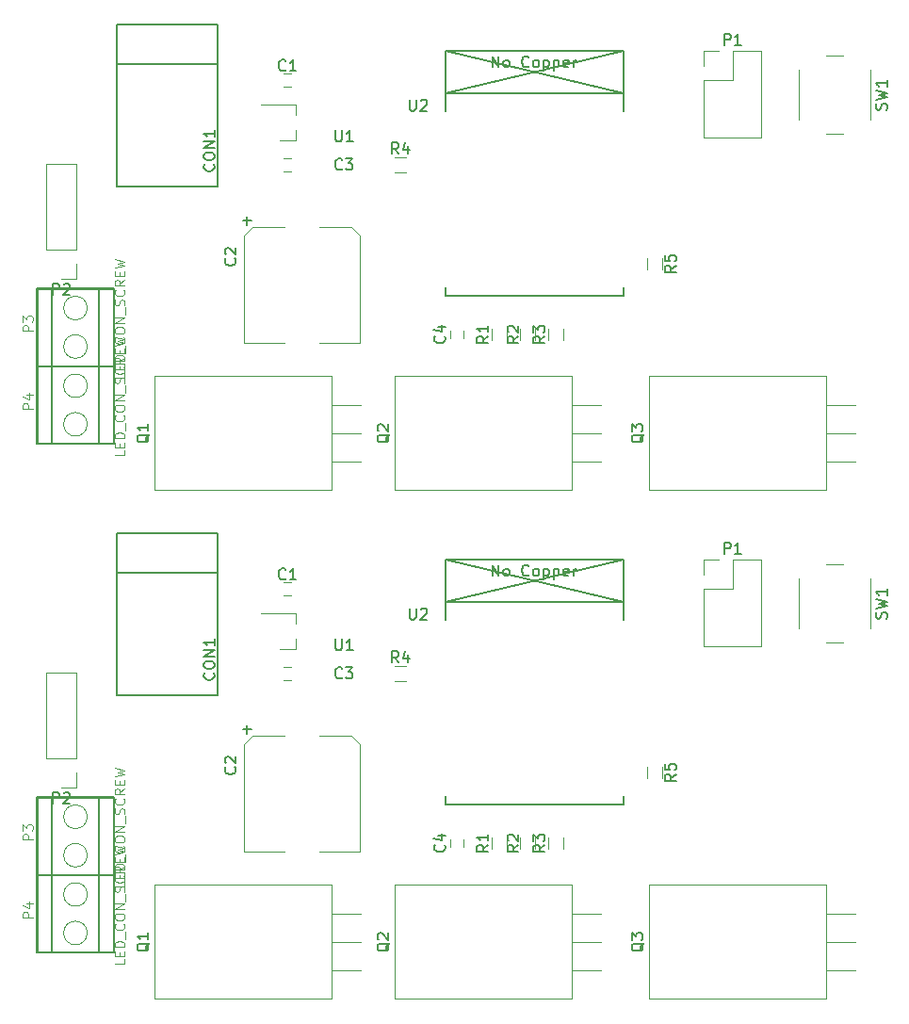
<source format=gto>
G04 #@! TF.FileFunction,Legend,Top*
%FSLAX46Y46*%
G04 Gerber Fmt 4.6, Leading zero omitted, Abs format (unit mm)*
G04 Created by KiCad (PCBNEW 4.0.6+dfsg1-1) date Mon Apr 23 23:44:20 2018*
%MOMM*%
%LPD*%
G01*
G04 APERTURE LIST*
%ADD10C,0.100000*%
%ADD11C,0.066040*%
%ADD12C,0.127000*%
%ADD13C,0.063500*%
%ADD14C,0.120000*%
%ADD15C,0.150000*%
%ADD16C,0.152400*%
%ADD17C,0.101600*%
G04 APERTURE END LIST*
D10*
D11*
X118999000Y-150749000D02*
X118999000Y-143891000D01*
X118999000Y-143891000D02*
X112141000Y-143891000D01*
X112141000Y-150749000D02*
X112141000Y-143891000D01*
X118999000Y-150749000D02*
X112141000Y-150749000D01*
D12*
X112072420Y-150817580D02*
X112072420Y-143822420D01*
X112072420Y-143822420D02*
X113471960Y-143822420D01*
X113471960Y-143822420D02*
X117668040Y-143822420D01*
X117668040Y-143822420D02*
X119067580Y-143822420D01*
X119067580Y-143822420D02*
X119067580Y-150817580D01*
X119067580Y-150817580D02*
X117668040Y-150817580D01*
X117668040Y-150817580D02*
X113471960Y-150817580D01*
X113471960Y-150817580D02*
X112072420Y-150817580D01*
X113471960Y-150817580D02*
X113471960Y-143822420D01*
X117668040Y-150817580D02*
X117668040Y-143822420D01*
D13*
X116629670Y-149049740D02*
G75*
G03X116629670Y-149049740I-1059670J0D01*
G01*
X116629670Y-145590260D02*
G75*
G03X116629670Y-145590260I-1059670J0D01*
G01*
D11*
X118999000Y-143764000D02*
X118999000Y-136906000D01*
X118999000Y-136906000D02*
X112141000Y-136906000D01*
X112141000Y-143764000D02*
X112141000Y-136906000D01*
X118999000Y-143764000D02*
X112141000Y-143764000D01*
D12*
X112072420Y-143832580D02*
X112072420Y-136837420D01*
X112072420Y-136837420D02*
X113471960Y-136837420D01*
X113471960Y-136837420D02*
X117668040Y-136837420D01*
X117668040Y-136837420D02*
X119067580Y-136837420D01*
X119067580Y-136837420D02*
X119067580Y-143832580D01*
X119067580Y-143832580D02*
X117668040Y-143832580D01*
X117668040Y-143832580D02*
X113471960Y-143832580D01*
X113471960Y-143832580D02*
X112072420Y-143832580D01*
X113471960Y-143832580D02*
X113471960Y-136837420D01*
X117668040Y-143832580D02*
X117668040Y-136837420D01*
D13*
X116629670Y-142064740D02*
G75*
G03X116629670Y-142064740I-1059670J0D01*
G01*
X116629670Y-138605260D02*
G75*
G03X116629670Y-138605260I-1059670J0D01*
G01*
D14*
X149260000Y-141320000D02*
X149260000Y-140620000D01*
X150460000Y-140620000D02*
X150460000Y-141320000D01*
X140340000Y-131315000D02*
X137450000Y-131315000D01*
X131440000Y-131315000D02*
X134330000Y-131315000D01*
X130680000Y-141735000D02*
X134330000Y-141735000D01*
X141100000Y-141735000D02*
X137450000Y-141735000D01*
X130680000Y-141735000D02*
X130680000Y-132075000D01*
X130680000Y-132075000D02*
X131440000Y-131315000D01*
X140340000Y-131315000D02*
X141100000Y-132075000D01*
X141100000Y-132075000D02*
X141100000Y-141735000D01*
X135380000Y-123500000D02*
X135380000Y-122570000D01*
X135380000Y-120340000D02*
X135380000Y-121270000D01*
X135380000Y-120340000D02*
X132220000Y-120340000D01*
X135380000Y-123500000D02*
X133920000Y-123500000D01*
X180555000Y-117205000D02*
X180555000Y-121705000D01*
X184555000Y-115955000D02*
X183055000Y-115955000D01*
X187055000Y-121705000D02*
X187055000Y-117205000D01*
X183055000Y-122955000D02*
X184555000Y-122955000D01*
X166960000Y-135120000D02*
X166960000Y-134120000D01*
X168320000Y-134120000D02*
X168320000Y-135120000D01*
X145280000Y-126410000D02*
X144280000Y-126410000D01*
X144280000Y-125050000D02*
X145280000Y-125050000D01*
X156890000Y-140470000D02*
X156890000Y-141470000D01*
X155530000Y-141470000D02*
X155530000Y-140470000D01*
X154350000Y-140470000D02*
X154350000Y-141470000D01*
X152990000Y-141470000D02*
X152990000Y-140470000D01*
X160140000Y-154980000D02*
X160140000Y-144740000D01*
X144250000Y-154980000D02*
X144250000Y-144740000D01*
X144250000Y-154980000D02*
X160140000Y-154980000D01*
X144250000Y-144740000D02*
X160140000Y-144740000D01*
X160140000Y-152400000D02*
X162780000Y-152400000D01*
X160140000Y-149860000D02*
X162764000Y-149860000D01*
X160140000Y-147320000D02*
X162764000Y-147320000D01*
X138550000Y-154980000D02*
X138550000Y-144740000D01*
X122660000Y-154980000D02*
X122660000Y-144740000D01*
X122660000Y-154980000D02*
X138550000Y-154980000D01*
X122660000Y-144740000D02*
X138550000Y-144740000D01*
X138550000Y-152400000D02*
X141190000Y-152400000D01*
X138550000Y-149860000D02*
X141174000Y-149860000D01*
X138550000Y-147320000D02*
X141174000Y-147320000D01*
X115630000Y-125670000D02*
X112970000Y-125670000D01*
X115630000Y-133350000D02*
X115630000Y-125670000D01*
X112970000Y-133350000D02*
X112970000Y-125670000D01*
X115630000Y-133350000D02*
X112970000Y-133350000D01*
X115630000Y-134620000D02*
X115630000Y-135950000D01*
X115630000Y-135950000D02*
X114300000Y-135950000D01*
X172025000Y-123250000D02*
X177225000Y-123250000D01*
X172025000Y-118110000D02*
X172025000Y-123250000D01*
X177225000Y-115510000D02*
X177225000Y-123250000D01*
X172025000Y-118110000D02*
X174625000Y-118110000D01*
X174625000Y-118110000D02*
X174625000Y-115510000D01*
X174625000Y-115510000D02*
X177225000Y-115510000D01*
X172025000Y-116840000D02*
X172025000Y-115510000D01*
X172025000Y-115510000D02*
X173355000Y-115510000D01*
D15*
X128325880Y-116649500D02*
X119324120Y-116649500D01*
X128325880Y-113149380D02*
X119324120Y-113149380D01*
X119324120Y-113149380D02*
X119324120Y-127650240D01*
X119324120Y-127650240D02*
X128325880Y-127650240D01*
X128325880Y-127650240D02*
X128325880Y-113149380D01*
D14*
X134270000Y-125130000D02*
X134970000Y-125130000D01*
X134970000Y-126330000D02*
X134270000Y-126330000D01*
X134270000Y-117510000D02*
X134970000Y-117510000D01*
X134970000Y-118710000D02*
X134270000Y-118710000D01*
X183000000Y-154980000D02*
X183000000Y-144740000D01*
X167110000Y-154980000D02*
X167110000Y-144740000D01*
X167110000Y-154980000D02*
X183000000Y-154980000D01*
X167110000Y-144740000D02*
X183000000Y-144740000D01*
X183000000Y-152400000D02*
X185640000Y-152400000D01*
X183000000Y-149860000D02*
X185624000Y-149860000D01*
X183000000Y-147320000D02*
X185624000Y-147320000D01*
X159430000Y-140470000D02*
X159430000Y-141470000D01*
X158070000Y-141470000D02*
X158070000Y-140470000D01*
D16*
X148860000Y-115520000D02*
X164860000Y-115520000D01*
X164860000Y-115520000D02*
X164860000Y-120920000D01*
X148860000Y-115520000D02*
X148860000Y-120920000D01*
X148860000Y-136720000D02*
X148860000Y-137520000D01*
X148860000Y-137520000D02*
X164860000Y-137520000D01*
X164860000Y-137520000D02*
X164860000Y-136720000D01*
X164860000Y-115520000D02*
X148860000Y-119320000D01*
X148860000Y-115520000D02*
X164860000Y-119320000D01*
X148852000Y-119320000D02*
X164852000Y-119320000D01*
X148860000Y-69800000D02*
X164860000Y-69800000D01*
X164860000Y-69800000D02*
X164860000Y-75200000D01*
X148860000Y-69800000D02*
X148860000Y-75200000D01*
X148860000Y-91000000D02*
X148860000Y-91800000D01*
X148860000Y-91800000D02*
X164860000Y-91800000D01*
X164860000Y-91800000D02*
X164860000Y-91000000D01*
X164860000Y-69800000D02*
X148860000Y-73600000D01*
X148860000Y-69800000D02*
X164860000Y-73600000D01*
X148852000Y-73600000D02*
X164852000Y-73600000D01*
D14*
X159430000Y-94750000D02*
X159430000Y-95750000D01*
X158070000Y-95750000D02*
X158070000Y-94750000D01*
X183000000Y-109260000D02*
X183000000Y-99020000D01*
X167110000Y-109260000D02*
X167110000Y-99020000D01*
X167110000Y-109260000D02*
X183000000Y-109260000D01*
X167110000Y-99020000D02*
X183000000Y-99020000D01*
X183000000Y-106680000D02*
X185640000Y-106680000D01*
X183000000Y-104140000D02*
X185624000Y-104140000D01*
X183000000Y-101600000D02*
X185624000Y-101600000D01*
X134270000Y-71790000D02*
X134970000Y-71790000D01*
X134970000Y-72990000D02*
X134270000Y-72990000D01*
X134270000Y-79410000D02*
X134970000Y-79410000D01*
X134970000Y-80610000D02*
X134270000Y-80610000D01*
D15*
X128325880Y-70929500D02*
X119324120Y-70929500D01*
X128325880Y-67429380D02*
X119324120Y-67429380D01*
X119324120Y-67429380D02*
X119324120Y-81930240D01*
X119324120Y-81930240D02*
X128325880Y-81930240D01*
X128325880Y-81930240D02*
X128325880Y-67429380D01*
D14*
X172025000Y-77530000D02*
X177225000Y-77530000D01*
X172025000Y-72390000D02*
X172025000Y-77530000D01*
X177225000Y-69790000D02*
X177225000Y-77530000D01*
X172025000Y-72390000D02*
X174625000Y-72390000D01*
X174625000Y-72390000D02*
X174625000Y-69790000D01*
X174625000Y-69790000D02*
X177225000Y-69790000D01*
X172025000Y-71120000D02*
X172025000Y-69790000D01*
X172025000Y-69790000D02*
X173355000Y-69790000D01*
X115630000Y-79950000D02*
X112970000Y-79950000D01*
X115630000Y-87630000D02*
X115630000Y-79950000D01*
X112970000Y-87630000D02*
X112970000Y-79950000D01*
X115630000Y-87630000D02*
X112970000Y-87630000D01*
X115630000Y-88900000D02*
X115630000Y-90230000D01*
X115630000Y-90230000D02*
X114300000Y-90230000D01*
X138550000Y-109260000D02*
X138550000Y-99020000D01*
X122660000Y-109260000D02*
X122660000Y-99020000D01*
X122660000Y-109260000D02*
X138550000Y-109260000D01*
X122660000Y-99020000D02*
X138550000Y-99020000D01*
X138550000Y-106680000D02*
X141190000Y-106680000D01*
X138550000Y-104140000D02*
X141174000Y-104140000D01*
X138550000Y-101600000D02*
X141174000Y-101600000D01*
X160140000Y-109260000D02*
X160140000Y-99020000D01*
X144250000Y-109260000D02*
X144250000Y-99020000D01*
X144250000Y-109260000D02*
X160140000Y-109260000D01*
X144250000Y-99020000D02*
X160140000Y-99020000D01*
X160140000Y-106680000D02*
X162780000Y-106680000D01*
X160140000Y-104140000D02*
X162764000Y-104140000D01*
X160140000Y-101600000D02*
X162764000Y-101600000D01*
X154350000Y-94750000D02*
X154350000Y-95750000D01*
X152990000Y-95750000D02*
X152990000Y-94750000D01*
X156890000Y-94750000D02*
X156890000Y-95750000D01*
X155530000Y-95750000D02*
X155530000Y-94750000D01*
X145280000Y-80690000D02*
X144280000Y-80690000D01*
X144280000Y-79330000D02*
X145280000Y-79330000D01*
X166960000Y-89400000D02*
X166960000Y-88400000D01*
X168320000Y-88400000D02*
X168320000Y-89400000D01*
X180555000Y-71485000D02*
X180555000Y-75985000D01*
X184555000Y-70235000D02*
X183055000Y-70235000D01*
X187055000Y-75985000D02*
X187055000Y-71485000D01*
X183055000Y-77235000D02*
X184555000Y-77235000D01*
X135380000Y-77780000D02*
X135380000Y-76850000D01*
X135380000Y-74620000D02*
X135380000Y-75550000D01*
X135380000Y-74620000D02*
X132220000Y-74620000D01*
X135380000Y-77780000D02*
X133920000Y-77780000D01*
X140340000Y-85595000D02*
X137450000Y-85595000D01*
X131440000Y-85595000D02*
X134330000Y-85595000D01*
X130680000Y-96015000D02*
X134330000Y-96015000D01*
X141100000Y-96015000D02*
X137450000Y-96015000D01*
X130680000Y-96015000D02*
X130680000Y-86355000D01*
X130680000Y-86355000D02*
X131440000Y-85595000D01*
X140340000Y-85595000D02*
X141100000Y-86355000D01*
X141100000Y-86355000D02*
X141100000Y-96015000D01*
X149260000Y-95600000D02*
X149260000Y-94900000D01*
X150460000Y-94900000D02*
X150460000Y-95600000D01*
D11*
X118999000Y-98044000D02*
X118999000Y-91186000D01*
X118999000Y-91186000D02*
X112141000Y-91186000D01*
X112141000Y-98044000D02*
X112141000Y-91186000D01*
X118999000Y-98044000D02*
X112141000Y-98044000D01*
D12*
X112072420Y-98112580D02*
X112072420Y-91117420D01*
X112072420Y-91117420D02*
X113471960Y-91117420D01*
X113471960Y-91117420D02*
X117668040Y-91117420D01*
X117668040Y-91117420D02*
X119067580Y-91117420D01*
X119067580Y-91117420D02*
X119067580Y-98112580D01*
X119067580Y-98112580D02*
X117668040Y-98112580D01*
X117668040Y-98112580D02*
X113471960Y-98112580D01*
X113471960Y-98112580D02*
X112072420Y-98112580D01*
X113471960Y-98112580D02*
X113471960Y-91117420D01*
X117668040Y-98112580D02*
X117668040Y-91117420D01*
D13*
X116629670Y-96344740D02*
G75*
G03X116629670Y-96344740I-1059670J0D01*
G01*
X116629670Y-92885260D02*
G75*
G03X116629670Y-92885260I-1059670J0D01*
G01*
D11*
X118999000Y-105029000D02*
X118999000Y-98171000D01*
X118999000Y-98171000D02*
X112141000Y-98171000D01*
X112141000Y-105029000D02*
X112141000Y-98171000D01*
X118999000Y-105029000D02*
X112141000Y-105029000D01*
D12*
X112072420Y-105097580D02*
X112072420Y-98102420D01*
X112072420Y-98102420D02*
X113471960Y-98102420D01*
X113471960Y-98102420D02*
X117668040Y-98102420D01*
X117668040Y-98102420D02*
X119067580Y-98102420D01*
X119067580Y-98102420D02*
X119067580Y-105097580D01*
X119067580Y-105097580D02*
X117668040Y-105097580D01*
X117668040Y-105097580D02*
X113471960Y-105097580D01*
X113471960Y-105097580D02*
X112072420Y-105097580D01*
X113471960Y-105097580D02*
X113471960Y-98102420D01*
X117668040Y-105097580D02*
X117668040Y-98102420D01*
D13*
X116629670Y-103329740D02*
G75*
G03X116629670Y-103329740I-1059670J0D01*
G01*
X116629670Y-99870260D02*
G75*
G03X116629670Y-99870260I-1059670J0D01*
G01*
D17*
X111717667Y-147658666D02*
X110828667Y-147658666D01*
X110828667Y-147320000D01*
X110871000Y-147235333D01*
X110913333Y-147193000D01*
X110998000Y-147150666D01*
X111125000Y-147150666D01*
X111209667Y-147193000D01*
X111252000Y-147235333D01*
X111294333Y-147320000D01*
X111294333Y-147658666D01*
X111125000Y-146388666D02*
X111717667Y-146388666D01*
X110786333Y-146600333D02*
X111421333Y-146812000D01*
X111421333Y-146261666D01*
X119972667Y-151405166D02*
X119972667Y-151828499D01*
X119083667Y-151828499D01*
X119507000Y-151108832D02*
X119507000Y-150812499D01*
X119972667Y-150685499D02*
X119972667Y-151108832D01*
X119083667Y-151108832D01*
X119083667Y-150685499D01*
X119972667Y-150304499D02*
X119083667Y-150304499D01*
X119083667Y-150092833D01*
X119126000Y-149965833D01*
X119210667Y-149881166D01*
X119295333Y-149838833D01*
X119464667Y-149796499D01*
X119591667Y-149796499D01*
X119761000Y-149838833D01*
X119845667Y-149881166D01*
X119930333Y-149965833D01*
X119972667Y-150092833D01*
X119972667Y-150304499D01*
X120057333Y-149627166D02*
X120057333Y-148949833D01*
X119888000Y-148230166D02*
X119930333Y-148272500D01*
X119972667Y-148399500D01*
X119972667Y-148484166D01*
X119930333Y-148611166D01*
X119845667Y-148695833D01*
X119761000Y-148738166D01*
X119591667Y-148780500D01*
X119464667Y-148780500D01*
X119295333Y-148738166D01*
X119210667Y-148695833D01*
X119126000Y-148611166D01*
X119083667Y-148484166D01*
X119083667Y-148399500D01*
X119126000Y-148272500D01*
X119168333Y-148230166D01*
X119083667Y-147679833D02*
X119083667Y-147510500D01*
X119126000Y-147425833D01*
X119210667Y-147341166D01*
X119380000Y-147298833D01*
X119676333Y-147298833D01*
X119845667Y-147341166D01*
X119930333Y-147425833D01*
X119972667Y-147510500D01*
X119972667Y-147679833D01*
X119930333Y-147764500D01*
X119845667Y-147849166D01*
X119676333Y-147891500D01*
X119380000Y-147891500D01*
X119210667Y-147849166D01*
X119126000Y-147764500D01*
X119083667Y-147679833D01*
X119972667Y-146917833D02*
X119083667Y-146917833D01*
X119972667Y-146409833D01*
X119083667Y-146409833D01*
X120057333Y-146198167D02*
X120057333Y-145520834D01*
X119930333Y-145351501D02*
X119972667Y-145224501D01*
X119972667Y-145012834D01*
X119930333Y-144928167D01*
X119888000Y-144885834D01*
X119803333Y-144843501D01*
X119718667Y-144843501D01*
X119634000Y-144885834D01*
X119591667Y-144928167D01*
X119549333Y-145012834D01*
X119507000Y-145182167D01*
X119464667Y-145266834D01*
X119422333Y-145309167D01*
X119337667Y-145351501D01*
X119253000Y-145351501D01*
X119168333Y-145309167D01*
X119126000Y-145266834D01*
X119083667Y-145182167D01*
X119083667Y-144970501D01*
X119126000Y-144843501D01*
X119888000Y-143954500D02*
X119930333Y-143996834D01*
X119972667Y-144123834D01*
X119972667Y-144208500D01*
X119930333Y-144335500D01*
X119845667Y-144420167D01*
X119761000Y-144462500D01*
X119591667Y-144504834D01*
X119464667Y-144504834D01*
X119295333Y-144462500D01*
X119210667Y-144420167D01*
X119126000Y-144335500D01*
X119083667Y-144208500D01*
X119083667Y-144123834D01*
X119126000Y-143996834D01*
X119168333Y-143954500D01*
X119972667Y-143065500D02*
X119549333Y-143361834D01*
X119972667Y-143573500D02*
X119083667Y-143573500D01*
X119083667Y-143234834D01*
X119126000Y-143150167D01*
X119168333Y-143107834D01*
X119253000Y-143065500D01*
X119380000Y-143065500D01*
X119464667Y-143107834D01*
X119507000Y-143150167D01*
X119549333Y-143234834D01*
X119549333Y-143573500D01*
X119507000Y-142684500D02*
X119507000Y-142388167D01*
X119972667Y-142261167D02*
X119972667Y-142684500D01*
X119083667Y-142684500D01*
X119083667Y-142261167D01*
X119083667Y-141964834D02*
X119972667Y-141753167D01*
X119337667Y-141583834D01*
X119972667Y-141414501D01*
X119083667Y-141202834D01*
X111717667Y-140673666D02*
X110828667Y-140673666D01*
X110828667Y-140335000D01*
X110871000Y-140250333D01*
X110913333Y-140208000D01*
X110998000Y-140165666D01*
X111125000Y-140165666D01*
X111209667Y-140208000D01*
X111252000Y-140250333D01*
X111294333Y-140335000D01*
X111294333Y-140673666D01*
X110828667Y-139869333D02*
X110828667Y-139319000D01*
X111167333Y-139615333D01*
X111167333Y-139488333D01*
X111209667Y-139403666D01*
X111252000Y-139361333D01*
X111336667Y-139319000D01*
X111548333Y-139319000D01*
X111633000Y-139361333D01*
X111675333Y-139403666D01*
X111717667Y-139488333D01*
X111717667Y-139742333D01*
X111675333Y-139827000D01*
X111633000Y-139869333D01*
X119972667Y-144420166D02*
X119972667Y-144843499D01*
X119083667Y-144843499D01*
X119507000Y-144123832D02*
X119507000Y-143827499D01*
X119972667Y-143700499D02*
X119972667Y-144123832D01*
X119083667Y-144123832D01*
X119083667Y-143700499D01*
X119972667Y-143319499D02*
X119083667Y-143319499D01*
X119083667Y-143107833D01*
X119126000Y-142980833D01*
X119210667Y-142896166D01*
X119295333Y-142853833D01*
X119464667Y-142811499D01*
X119591667Y-142811499D01*
X119761000Y-142853833D01*
X119845667Y-142896166D01*
X119930333Y-142980833D01*
X119972667Y-143107833D01*
X119972667Y-143319499D01*
X120057333Y-142642166D02*
X120057333Y-141964833D01*
X119888000Y-141245166D02*
X119930333Y-141287500D01*
X119972667Y-141414500D01*
X119972667Y-141499166D01*
X119930333Y-141626166D01*
X119845667Y-141710833D01*
X119761000Y-141753166D01*
X119591667Y-141795500D01*
X119464667Y-141795500D01*
X119295333Y-141753166D01*
X119210667Y-141710833D01*
X119126000Y-141626166D01*
X119083667Y-141499166D01*
X119083667Y-141414500D01*
X119126000Y-141287500D01*
X119168333Y-141245166D01*
X119083667Y-140694833D02*
X119083667Y-140525500D01*
X119126000Y-140440833D01*
X119210667Y-140356166D01*
X119380000Y-140313833D01*
X119676333Y-140313833D01*
X119845667Y-140356166D01*
X119930333Y-140440833D01*
X119972667Y-140525500D01*
X119972667Y-140694833D01*
X119930333Y-140779500D01*
X119845667Y-140864166D01*
X119676333Y-140906500D01*
X119380000Y-140906500D01*
X119210667Y-140864166D01*
X119126000Y-140779500D01*
X119083667Y-140694833D01*
X119972667Y-139932833D02*
X119083667Y-139932833D01*
X119972667Y-139424833D01*
X119083667Y-139424833D01*
X120057333Y-139213167D02*
X120057333Y-138535834D01*
X119930333Y-138366501D02*
X119972667Y-138239501D01*
X119972667Y-138027834D01*
X119930333Y-137943167D01*
X119888000Y-137900834D01*
X119803333Y-137858501D01*
X119718667Y-137858501D01*
X119634000Y-137900834D01*
X119591667Y-137943167D01*
X119549333Y-138027834D01*
X119507000Y-138197167D01*
X119464667Y-138281834D01*
X119422333Y-138324167D01*
X119337667Y-138366501D01*
X119253000Y-138366501D01*
X119168333Y-138324167D01*
X119126000Y-138281834D01*
X119083667Y-138197167D01*
X119083667Y-137985501D01*
X119126000Y-137858501D01*
X119888000Y-136969500D02*
X119930333Y-137011834D01*
X119972667Y-137138834D01*
X119972667Y-137223500D01*
X119930333Y-137350500D01*
X119845667Y-137435167D01*
X119761000Y-137477500D01*
X119591667Y-137519834D01*
X119464667Y-137519834D01*
X119295333Y-137477500D01*
X119210667Y-137435167D01*
X119126000Y-137350500D01*
X119083667Y-137223500D01*
X119083667Y-137138834D01*
X119126000Y-137011834D01*
X119168333Y-136969500D01*
X119972667Y-136080500D02*
X119549333Y-136376834D01*
X119972667Y-136588500D02*
X119083667Y-136588500D01*
X119083667Y-136249834D01*
X119126000Y-136165167D01*
X119168333Y-136122834D01*
X119253000Y-136080500D01*
X119380000Y-136080500D01*
X119464667Y-136122834D01*
X119507000Y-136165167D01*
X119549333Y-136249834D01*
X119549333Y-136588500D01*
X119507000Y-135699500D02*
X119507000Y-135403167D01*
X119972667Y-135276167D02*
X119972667Y-135699500D01*
X119083667Y-135699500D01*
X119083667Y-135276167D01*
X119083667Y-134979834D02*
X119972667Y-134768167D01*
X119337667Y-134598834D01*
X119972667Y-134429501D01*
X119083667Y-134217834D01*
D15*
X148717143Y-141136666D02*
X148764762Y-141184285D01*
X148812381Y-141327142D01*
X148812381Y-141422380D01*
X148764762Y-141565238D01*
X148669524Y-141660476D01*
X148574286Y-141708095D01*
X148383810Y-141755714D01*
X148240952Y-141755714D01*
X148050476Y-141708095D01*
X147955238Y-141660476D01*
X147860000Y-141565238D01*
X147812381Y-141422380D01*
X147812381Y-141327142D01*
X147860000Y-141184285D01*
X147907619Y-141136666D01*
X148145714Y-140279523D02*
X148812381Y-140279523D01*
X147764762Y-140517619D02*
X148479048Y-140755714D01*
X148479048Y-140136666D01*
X129897143Y-134151666D02*
X129944762Y-134199285D01*
X129992381Y-134342142D01*
X129992381Y-134437380D01*
X129944762Y-134580238D01*
X129849524Y-134675476D01*
X129754286Y-134723095D01*
X129563810Y-134770714D01*
X129420952Y-134770714D01*
X129230476Y-134723095D01*
X129135238Y-134675476D01*
X129040000Y-134580238D01*
X128992381Y-134437380D01*
X128992381Y-134342142D01*
X129040000Y-134199285D01*
X129087619Y-134151666D01*
X129087619Y-133770714D02*
X129040000Y-133723095D01*
X128992381Y-133627857D01*
X128992381Y-133389761D01*
X129040000Y-133294523D01*
X129087619Y-133246904D01*
X129182857Y-133199285D01*
X129278095Y-133199285D01*
X129420952Y-133246904D01*
X129992381Y-133818333D01*
X129992381Y-133199285D01*
X130991429Y-131125952D02*
X130991429Y-130364047D01*
X131372381Y-130744999D02*
X130610476Y-130744999D01*
X138938095Y-122642381D02*
X138938095Y-123451905D01*
X138985714Y-123547143D01*
X139033333Y-123594762D01*
X139128571Y-123642381D01*
X139319048Y-123642381D01*
X139414286Y-123594762D01*
X139461905Y-123547143D01*
X139509524Y-123451905D01*
X139509524Y-122642381D01*
X140509524Y-123642381D02*
X139938095Y-123642381D01*
X140223809Y-123642381D02*
X140223809Y-122642381D01*
X140128571Y-122785238D01*
X140033333Y-122880476D01*
X139938095Y-122928095D01*
X188459762Y-120788333D02*
X188507381Y-120645476D01*
X188507381Y-120407380D01*
X188459762Y-120312142D01*
X188412143Y-120264523D01*
X188316905Y-120216904D01*
X188221667Y-120216904D01*
X188126429Y-120264523D01*
X188078810Y-120312142D01*
X188031190Y-120407380D01*
X187983571Y-120597857D01*
X187935952Y-120693095D01*
X187888333Y-120740714D01*
X187793095Y-120788333D01*
X187697857Y-120788333D01*
X187602619Y-120740714D01*
X187555000Y-120693095D01*
X187507381Y-120597857D01*
X187507381Y-120359761D01*
X187555000Y-120216904D01*
X187507381Y-119883571D02*
X188507381Y-119645476D01*
X187793095Y-119454999D01*
X188507381Y-119264523D01*
X187507381Y-119026428D01*
X188507381Y-118121666D02*
X188507381Y-118693095D01*
X188507381Y-118407381D02*
X187507381Y-118407381D01*
X187650238Y-118502619D01*
X187745476Y-118597857D01*
X187793095Y-118693095D01*
X169542381Y-134786666D02*
X169066190Y-135120000D01*
X169542381Y-135358095D02*
X168542381Y-135358095D01*
X168542381Y-134977142D01*
X168590000Y-134881904D01*
X168637619Y-134834285D01*
X168732857Y-134786666D01*
X168875714Y-134786666D01*
X168970952Y-134834285D01*
X169018571Y-134881904D01*
X169066190Y-134977142D01*
X169066190Y-135358095D01*
X168542381Y-133881904D02*
X168542381Y-134358095D01*
X169018571Y-134405714D01*
X168970952Y-134358095D01*
X168923333Y-134262857D01*
X168923333Y-134024761D01*
X168970952Y-133929523D01*
X169018571Y-133881904D01*
X169113810Y-133834285D01*
X169351905Y-133834285D01*
X169447143Y-133881904D01*
X169494762Y-133929523D01*
X169542381Y-134024761D01*
X169542381Y-134262857D01*
X169494762Y-134358095D01*
X169447143Y-134405714D01*
X144613334Y-124732381D02*
X144280000Y-124256190D01*
X144041905Y-124732381D02*
X144041905Y-123732381D01*
X144422858Y-123732381D01*
X144518096Y-123780000D01*
X144565715Y-123827619D01*
X144613334Y-123922857D01*
X144613334Y-124065714D01*
X144565715Y-124160952D01*
X144518096Y-124208571D01*
X144422858Y-124256190D01*
X144041905Y-124256190D01*
X145470477Y-124065714D02*
X145470477Y-124732381D01*
X145232381Y-123684762D02*
X144994286Y-124399048D01*
X145613334Y-124399048D01*
X155392381Y-141136666D02*
X154916190Y-141470000D01*
X155392381Y-141708095D02*
X154392381Y-141708095D01*
X154392381Y-141327142D01*
X154440000Y-141231904D01*
X154487619Y-141184285D01*
X154582857Y-141136666D01*
X154725714Y-141136666D01*
X154820952Y-141184285D01*
X154868571Y-141231904D01*
X154916190Y-141327142D01*
X154916190Y-141708095D01*
X154487619Y-140755714D02*
X154440000Y-140708095D01*
X154392381Y-140612857D01*
X154392381Y-140374761D01*
X154440000Y-140279523D01*
X154487619Y-140231904D01*
X154582857Y-140184285D01*
X154678095Y-140184285D01*
X154820952Y-140231904D01*
X155392381Y-140803333D01*
X155392381Y-140184285D01*
X152672381Y-141136666D02*
X152196190Y-141470000D01*
X152672381Y-141708095D02*
X151672381Y-141708095D01*
X151672381Y-141327142D01*
X151720000Y-141231904D01*
X151767619Y-141184285D01*
X151862857Y-141136666D01*
X152005714Y-141136666D01*
X152100952Y-141184285D01*
X152148571Y-141231904D01*
X152196190Y-141327142D01*
X152196190Y-141708095D01*
X152672381Y-140184285D02*
X152672381Y-140755714D01*
X152672381Y-140470000D02*
X151672381Y-140470000D01*
X151815238Y-140565238D01*
X151910476Y-140660476D01*
X151958095Y-140755714D01*
X143797619Y-149955238D02*
X143750000Y-150050476D01*
X143654762Y-150145714D01*
X143511905Y-150288571D01*
X143464286Y-150383810D01*
X143464286Y-150479048D01*
X143702381Y-150431429D02*
X143654762Y-150526667D01*
X143559524Y-150621905D01*
X143369048Y-150669524D01*
X143035714Y-150669524D01*
X142845238Y-150621905D01*
X142750000Y-150526667D01*
X142702381Y-150431429D01*
X142702381Y-150240952D01*
X142750000Y-150145714D01*
X142845238Y-150050476D01*
X143035714Y-150002857D01*
X143369048Y-150002857D01*
X143559524Y-150050476D01*
X143654762Y-150145714D01*
X143702381Y-150240952D01*
X143702381Y-150431429D01*
X142797619Y-149621905D02*
X142750000Y-149574286D01*
X142702381Y-149479048D01*
X142702381Y-149240952D01*
X142750000Y-149145714D01*
X142797619Y-149098095D01*
X142892857Y-149050476D01*
X142988095Y-149050476D01*
X143130952Y-149098095D01*
X143702381Y-149669524D01*
X143702381Y-149050476D01*
X122207619Y-149955238D02*
X122160000Y-150050476D01*
X122064762Y-150145714D01*
X121921905Y-150288571D01*
X121874286Y-150383810D01*
X121874286Y-150479048D01*
X122112381Y-150431429D02*
X122064762Y-150526667D01*
X121969524Y-150621905D01*
X121779048Y-150669524D01*
X121445714Y-150669524D01*
X121255238Y-150621905D01*
X121160000Y-150526667D01*
X121112381Y-150431429D01*
X121112381Y-150240952D01*
X121160000Y-150145714D01*
X121255238Y-150050476D01*
X121445714Y-150002857D01*
X121779048Y-150002857D01*
X121969524Y-150050476D01*
X122064762Y-150145714D01*
X122112381Y-150240952D01*
X122112381Y-150431429D01*
X122112381Y-149050476D02*
X122112381Y-149621905D01*
X122112381Y-149336191D02*
X121112381Y-149336191D01*
X121255238Y-149431429D01*
X121350476Y-149526667D01*
X121398095Y-149621905D01*
X113561905Y-137402381D02*
X113561905Y-136402381D01*
X113942858Y-136402381D01*
X114038096Y-136450000D01*
X114085715Y-136497619D01*
X114133334Y-136592857D01*
X114133334Y-136735714D01*
X114085715Y-136830952D01*
X114038096Y-136878571D01*
X113942858Y-136926190D01*
X113561905Y-136926190D01*
X114514286Y-136497619D02*
X114561905Y-136450000D01*
X114657143Y-136402381D01*
X114895239Y-136402381D01*
X114990477Y-136450000D01*
X115038096Y-136497619D01*
X115085715Y-136592857D01*
X115085715Y-136688095D01*
X115038096Y-136830952D01*
X114466667Y-137402381D01*
X115085715Y-137402381D01*
X173886905Y-114962381D02*
X173886905Y-113962381D01*
X174267858Y-113962381D01*
X174363096Y-114010000D01*
X174410715Y-114057619D01*
X174458334Y-114152857D01*
X174458334Y-114295714D01*
X174410715Y-114390952D01*
X174363096Y-114438571D01*
X174267858Y-114486190D01*
X173886905Y-114486190D01*
X175410715Y-114962381D02*
X174839286Y-114962381D01*
X175125000Y-114962381D02*
X175125000Y-113962381D01*
X175029762Y-114105238D01*
X174934524Y-114200476D01*
X174839286Y-114248095D01*
X127992143Y-125674285D02*
X128039762Y-125721904D01*
X128087381Y-125864761D01*
X128087381Y-125959999D01*
X128039762Y-126102857D01*
X127944524Y-126198095D01*
X127849286Y-126245714D01*
X127658810Y-126293333D01*
X127515952Y-126293333D01*
X127325476Y-126245714D01*
X127230238Y-126198095D01*
X127135000Y-126102857D01*
X127087381Y-125959999D01*
X127087381Y-125864761D01*
X127135000Y-125721904D01*
X127182619Y-125674285D01*
X127087381Y-125055238D02*
X127087381Y-124864761D01*
X127135000Y-124769523D01*
X127230238Y-124674285D01*
X127420714Y-124626666D01*
X127754048Y-124626666D01*
X127944524Y-124674285D01*
X128039762Y-124769523D01*
X128087381Y-124864761D01*
X128087381Y-125055238D01*
X128039762Y-125150476D01*
X127944524Y-125245714D01*
X127754048Y-125293333D01*
X127420714Y-125293333D01*
X127230238Y-125245714D01*
X127135000Y-125150476D01*
X127087381Y-125055238D01*
X128087381Y-124198095D02*
X127087381Y-124198095D01*
X128087381Y-123626666D01*
X127087381Y-123626666D01*
X128087381Y-122626666D02*
X128087381Y-123198095D01*
X128087381Y-122912381D02*
X127087381Y-122912381D01*
X127230238Y-123007619D01*
X127325476Y-123102857D01*
X127373095Y-123198095D01*
X139533334Y-126087143D02*
X139485715Y-126134762D01*
X139342858Y-126182381D01*
X139247620Y-126182381D01*
X139104762Y-126134762D01*
X139009524Y-126039524D01*
X138961905Y-125944286D01*
X138914286Y-125753810D01*
X138914286Y-125610952D01*
X138961905Y-125420476D01*
X139009524Y-125325238D01*
X139104762Y-125230000D01*
X139247620Y-125182381D01*
X139342858Y-125182381D01*
X139485715Y-125230000D01*
X139533334Y-125277619D01*
X139866667Y-125182381D02*
X140485715Y-125182381D01*
X140152381Y-125563333D01*
X140295239Y-125563333D01*
X140390477Y-125610952D01*
X140438096Y-125658571D01*
X140485715Y-125753810D01*
X140485715Y-125991905D01*
X140438096Y-126087143D01*
X140390477Y-126134762D01*
X140295239Y-126182381D01*
X140009524Y-126182381D01*
X139914286Y-126134762D01*
X139866667Y-126087143D01*
X134453334Y-117197143D02*
X134405715Y-117244762D01*
X134262858Y-117292381D01*
X134167620Y-117292381D01*
X134024762Y-117244762D01*
X133929524Y-117149524D01*
X133881905Y-117054286D01*
X133834286Y-116863810D01*
X133834286Y-116720952D01*
X133881905Y-116530476D01*
X133929524Y-116435238D01*
X134024762Y-116340000D01*
X134167620Y-116292381D01*
X134262858Y-116292381D01*
X134405715Y-116340000D01*
X134453334Y-116387619D01*
X135405715Y-117292381D02*
X134834286Y-117292381D01*
X135120000Y-117292381D02*
X135120000Y-116292381D01*
X135024762Y-116435238D01*
X134929524Y-116530476D01*
X134834286Y-116578095D01*
X166657619Y-149955238D02*
X166610000Y-150050476D01*
X166514762Y-150145714D01*
X166371905Y-150288571D01*
X166324286Y-150383810D01*
X166324286Y-150479048D01*
X166562381Y-150431429D02*
X166514762Y-150526667D01*
X166419524Y-150621905D01*
X166229048Y-150669524D01*
X165895714Y-150669524D01*
X165705238Y-150621905D01*
X165610000Y-150526667D01*
X165562381Y-150431429D01*
X165562381Y-150240952D01*
X165610000Y-150145714D01*
X165705238Y-150050476D01*
X165895714Y-150002857D01*
X166229048Y-150002857D01*
X166419524Y-150050476D01*
X166514762Y-150145714D01*
X166562381Y-150240952D01*
X166562381Y-150431429D01*
X165562381Y-149669524D02*
X165562381Y-149050476D01*
X165943333Y-149383810D01*
X165943333Y-149240952D01*
X165990952Y-149145714D01*
X166038571Y-149098095D01*
X166133810Y-149050476D01*
X166371905Y-149050476D01*
X166467143Y-149098095D01*
X166514762Y-149145714D01*
X166562381Y-149240952D01*
X166562381Y-149526667D01*
X166514762Y-149621905D01*
X166467143Y-149669524D01*
X157752381Y-141136666D02*
X157276190Y-141470000D01*
X157752381Y-141708095D02*
X156752381Y-141708095D01*
X156752381Y-141327142D01*
X156800000Y-141231904D01*
X156847619Y-141184285D01*
X156942857Y-141136666D01*
X157085714Y-141136666D01*
X157180952Y-141184285D01*
X157228571Y-141231904D01*
X157276190Y-141327142D01*
X157276190Y-141708095D01*
X156752381Y-140803333D02*
X156752381Y-140184285D01*
X157133333Y-140517619D01*
X157133333Y-140374761D01*
X157180952Y-140279523D01*
X157228571Y-140231904D01*
X157323810Y-140184285D01*
X157561905Y-140184285D01*
X157657143Y-140231904D01*
X157704762Y-140279523D01*
X157752381Y-140374761D01*
X157752381Y-140660476D01*
X157704762Y-140755714D01*
X157657143Y-140803333D01*
X145598095Y-119872381D02*
X145598095Y-120681905D01*
X145645714Y-120777143D01*
X145693333Y-120824762D01*
X145788571Y-120872381D01*
X145979048Y-120872381D01*
X146074286Y-120824762D01*
X146121905Y-120777143D01*
X146169524Y-120681905D01*
X146169524Y-119872381D01*
X146598095Y-119967619D02*
X146645714Y-119920000D01*
X146740952Y-119872381D01*
X146979048Y-119872381D01*
X147074286Y-119920000D01*
X147121905Y-119967619D01*
X147169524Y-120062857D01*
X147169524Y-120158095D01*
X147121905Y-120300952D01*
X146550476Y-120872381D01*
X147169524Y-120872381D01*
X153037714Y-116972381D02*
X153037714Y-115972381D01*
X153609143Y-116972381D01*
X153609143Y-115972381D01*
X154228190Y-116972381D02*
X154132952Y-116924762D01*
X154085333Y-116877143D01*
X154037714Y-116781905D01*
X154037714Y-116496190D01*
X154085333Y-116400952D01*
X154132952Y-116353333D01*
X154228190Y-116305714D01*
X154371048Y-116305714D01*
X154466286Y-116353333D01*
X154513905Y-116400952D01*
X154561524Y-116496190D01*
X154561524Y-116781905D01*
X154513905Y-116877143D01*
X154466286Y-116924762D01*
X154371048Y-116972381D01*
X154228190Y-116972381D01*
X156323429Y-116877143D02*
X156275810Y-116924762D01*
X156132953Y-116972381D01*
X156037715Y-116972381D01*
X155894857Y-116924762D01*
X155799619Y-116829524D01*
X155752000Y-116734286D01*
X155704381Y-116543810D01*
X155704381Y-116400952D01*
X155752000Y-116210476D01*
X155799619Y-116115238D01*
X155894857Y-116020000D01*
X156037715Y-115972381D01*
X156132953Y-115972381D01*
X156275810Y-116020000D01*
X156323429Y-116067619D01*
X156894857Y-116972381D02*
X156799619Y-116924762D01*
X156752000Y-116877143D01*
X156704381Y-116781905D01*
X156704381Y-116496190D01*
X156752000Y-116400952D01*
X156799619Y-116353333D01*
X156894857Y-116305714D01*
X157037715Y-116305714D01*
X157132953Y-116353333D01*
X157180572Y-116400952D01*
X157228191Y-116496190D01*
X157228191Y-116781905D01*
X157180572Y-116877143D01*
X157132953Y-116924762D01*
X157037715Y-116972381D01*
X156894857Y-116972381D01*
X157656762Y-116305714D02*
X157656762Y-117305714D01*
X157656762Y-116353333D02*
X157752000Y-116305714D01*
X157942477Y-116305714D01*
X158037715Y-116353333D01*
X158085334Y-116400952D01*
X158132953Y-116496190D01*
X158132953Y-116781905D01*
X158085334Y-116877143D01*
X158037715Y-116924762D01*
X157942477Y-116972381D01*
X157752000Y-116972381D01*
X157656762Y-116924762D01*
X158561524Y-116305714D02*
X158561524Y-117305714D01*
X158561524Y-116353333D02*
X158656762Y-116305714D01*
X158847239Y-116305714D01*
X158942477Y-116353333D01*
X158990096Y-116400952D01*
X159037715Y-116496190D01*
X159037715Y-116781905D01*
X158990096Y-116877143D01*
X158942477Y-116924762D01*
X158847239Y-116972381D01*
X158656762Y-116972381D01*
X158561524Y-116924762D01*
X159847239Y-116924762D02*
X159752001Y-116972381D01*
X159561524Y-116972381D01*
X159466286Y-116924762D01*
X159418667Y-116829524D01*
X159418667Y-116448571D01*
X159466286Y-116353333D01*
X159561524Y-116305714D01*
X159752001Y-116305714D01*
X159847239Y-116353333D01*
X159894858Y-116448571D01*
X159894858Y-116543810D01*
X159418667Y-116639048D01*
X160323429Y-116972381D02*
X160323429Y-116305714D01*
X160323429Y-116496190D02*
X160371048Y-116400952D01*
X160418667Y-116353333D01*
X160513905Y-116305714D01*
X160609144Y-116305714D01*
X145598095Y-74152381D02*
X145598095Y-74961905D01*
X145645714Y-75057143D01*
X145693333Y-75104762D01*
X145788571Y-75152381D01*
X145979048Y-75152381D01*
X146074286Y-75104762D01*
X146121905Y-75057143D01*
X146169524Y-74961905D01*
X146169524Y-74152381D01*
X146598095Y-74247619D02*
X146645714Y-74200000D01*
X146740952Y-74152381D01*
X146979048Y-74152381D01*
X147074286Y-74200000D01*
X147121905Y-74247619D01*
X147169524Y-74342857D01*
X147169524Y-74438095D01*
X147121905Y-74580952D01*
X146550476Y-75152381D01*
X147169524Y-75152381D01*
X153037714Y-71252381D02*
X153037714Y-70252381D01*
X153609143Y-71252381D01*
X153609143Y-70252381D01*
X154228190Y-71252381D02*
X154132952Y-71204762D01*
X154085333Y-71157143D01*
X154037714Y-71061905D01*
X154037714Y-70776190D01*
X154085333Y-70680952D01*
X154132952Y-70633333D01*
X154228190Y-70585714D01*
X154371048Y-70585714D01*
X154466286Y-70633333D01*
X154513905Y-70680952D01*
X154561524Y-70776190D01*
X154561524Y-71061905D01*
X154513905Y-71157143D01*
X154466286Y-71204762D01*
X154371048Y-71252381D01*
X154228190Y-71252381D01*
X156323429Y-71157143D02*
X156275810Y-71204762D01*
X156132953Y-71252381D01*
X156037715Y-71252381D01*
X155894857Y-71204762D01*
X155799619Y-71109524D01*
X155752000Y-71014286D01*
X155704381Y-70823810D01*
X155704381Y-70680952D01*
X155752000Y-70490476D01*
X155799619Y-70395238D01*
X155894857Y-70300000D01*
X156037715Y-70252381D01*
X156132953Y-70252381D01*
X156275810Y-70300000D01*
X156323429Y-70347619D01*
X156894857Y-71252381D02*
X156799619Y-71204762D01*
X156752000Y-71157143D01*
X156704381Y-71061905D01*
X156704381Y-70776190D01*
X156752000Y-70680952D01*
X156799619Y-70633333D01*
X156894857Y-70585714D01*
X157037715Y-70585714D01*
X157132953Y-70633333D01*
X157180572Y-70680952D01*
X157228191Y-70776190D01*
X157228191Y-71061905D01*
X157180572Y-71157143D01*
X157132953Y-71204762D01*
X157037715Y-71252381D01*
X156894857Y-71252381D01*
X157656762Y-70585714D02*
X157656762Y-71585714D01*
X157656762Y-70633333D02*
X157752000Y-70585714D01*
X157942477Y-70585714D01*
X158037715Y-70633333D01*
X158085334Y-70680952D01*
X158132953Y-70776190D01*
X158132953Y-71061905D01*
X158085334Y-71157143D01*
X158037715Y-71204762D01*
X157942477Y-71252381D01*
X157752000Y-71252381D01*
X157656762Y-71204762D01*
X158561524Y-70585714D02*
X158561524Y-71585714D01*
X158561524Y-70633333D02*
X158656762Y-70585714D01*
X158847239Y-70585714D01*
X158942477Y-70633333D01*
X158990096Y-70680952D01*
X159037715Y-70776190D01*
X159037715Y-71061905D01*
X158990096Y-71157143D01*
X158942477Y-71204762D01*
X158847239Y-71252381D01*
X158656762Y-71252381D01*
X158561524Y-71204762D01*
X159847239Y-71204762D02*
X159752001Y-71252381D01*
X159561524Y-71252381D01*
X159466286Y-71204762D01*
X159418667Y-71109524D01*
X159418667Y-70728571D01*
X159466286Y-70633333D01*
X159561524Y-70585714D01*
X159752001Y-70585714D01*
X159847239Y-70633333D01*
X159894858Y-70728571D01*
X159894858Y-70823810D01*
X159418667Y-70919048D01*
X160323429Y-71252381D02*
X160323429Y-70585714D01*
X160323429Y-70776190D02*
X160371048Y-70680952D01*
X160418667Y-70633333D01*
X160513905Y-70585714D01*
X160609144Y-70585714D01*
X157752381Y-95416666D02*
X157276190Y-95750000D01*
X157752381Y-95988095D02*
X156752381Y-95988095D01*
X156752381Y-95607142D01*
X156800000Y-95511904D01*
X156847619Y-95464285D01*
X156942857Y-95416666D01*
X157085714Y-95416666D01*
X157180952Y-95464285D01*
X157228571Y-95511904D01*
X157276190Y-95607142D01*
X157276190Y-95988095D01*
X156752381Y-95083333D02*
X156752381Y-94464285D01*
X157133333Y-94797619D01*
X157133333Y-94654761D01*
X157180952Y-94559523D01*
X157228571Y-94511904D01*
X157323810Y-94464285D01*
X157561905Y-94464285D01*
X157657143Y-94511904D01*
X157704762Y-94559523D01*
X157752381Y-94654761D01*
X157752381Y-94940476D01*
X157704762Y-95035714D01*
X157657143Y-95083333D01*
X166657619Y-104235238D02*
X166610000Y-104330476D01*
X166514762Y-104425714D01*
X166371905Y-104568571D01*
X166324286Y-104663810D01*
X166324286Y-104759048D01*
X166562381Y-104711429D02*
X166514762Y-104806667D01*
X166419524Y-104901905D01*
X166229048Y-104949524D01*
X165895714Y-104949524D01*
X165705238Y-104901905D01*
X165610000Y-104806667D01*
X165562381Y-104711429D01*
X165562381Y-104520952D01*
X165610000Y-104425714D01*
X165705238Y-104330476D01*
X165895714Y-104282857D01*
X166229048Y-104282857D01*
X166419524Y-104330476D01*
X166514762Y-104425714D01*
X166562381Y-104520952D01*
X166562381Y-104711429D01*
X165562381Y-103949524D02*
X165562381Y-103330476D01*
X165943333Y-103663810D01*
X165943333Y-103520952D01*
X165990952Y-103425714D01*
X166038571Y-103378095D01*
X166133810Y-103330476D01*
X166371905Y-103330476D01*
X166467143Y-103378095D01*
X166514762Y-103425714D01*
X166562381Y-103520952D01*
X166562381Y-103806667D01*
X166514762Y-103901905D01*
X166467143Y-103949524D01*
X134453334Y-71477143D02*
X134405715Y-71524762D01*
X134262858Y-71572381D01*
X134167620Y-71572381D01*
X134024762Y-71524762D01*
X133929524Y-71429524D01*
X133881905Y-71334286D01*
X133834286Y-71143810D01*
X133834286Y-71000952D01*
X133881905Y-70810476D01*
X133929524Y-70715238D01*
X134024762Y-70620000D01*
X134167620Y-70572381D01*
X134262858Y-70572381D01*
X134405715Y-70620000D01*
X134453334Y-70667619D01*
X135405715Y-71572381D02*
X134834286Y-71572381D01*
X135120000Y-71572381D02*
X135120000Y-70572381D01*
X135024762Y-70715238D01*
X134929524Y-70810476D01*
X134834286Y-70858095D01*
X139533334Y-80367143D02*
X139485715Y-80414762D01*
X139342858Y-80462381D01*
X139247620Y-80462381D01*
X139104762Y-80414762D01*
X139009524Y-80319524D01*
X138961905Y-80224286D01*
X138914286Y-80033810D01*
X138914286Y-79890952D01*
X138961905Y-79700476D01*
X139009524Y-79605238D01*
X139104762Y-79510000D01*
X139247620Y-79462381D01*
X139342858Y-79462381D01*
X139485715Y-79510000D01*
X139533334Y-79557619D01*
X139866667Y-79462381D02*
X140485715Y-79462381D01*
X140152381Y-79843333D01*
X140295239Y-79843333D01*
X140390477Y-79890952D01*
X140438096Y-79938571D01*
X140485715Y-80033810D01*
X140485715Y-80271905D01*
X140438096Y-80367143D01*
X140390477Y-80414762D01*
X140295239Y-80462381D01*
X140009524Y-80462381D01*
X139914286Y-80414762D01*
X139866667Y-80367143D01*
X127992143Y-79954285D02*
X128039762Y-80001904D01*
X128087381Y-80144761D01*
X128087381Y-80239999D01*
X128039762Y-80382857D01*
X127944524Y-80478095D01*
X127849286Y-80525714D01*
X127658810Y-80573333D01*
X127515952Y-80573333D01*
X127325476Y-80525714D01*
X127230238Y-80478095D01*
X127135000Y-80382857D01*
X127087381Y-80239999D01*
X127087381Y-80144761D01*
X127135000Y-80001904D01*
X127182619Y-79954285D01*
X127087381Y-79335238D02*
X127087381Y-79144761D01*
X127135000Y-79049523D01*
X127230238Y-78954285D01*
X127420714Y-78906666D01*
X127754048Y-78906666D01*
X127944524Y-78954285D01*
X128039762Y-79049523D01*
X128087381Y-79144761D01*
X128087381Y-79335238D01*
X128039762Y-79430476D01*
X127944524Y-79525714D01*
X127754048Y-79573333D01*
X127420714Y-79573333D01*
X127230238Y-79525714D01*
X127135000Y-79430476D01*
X127087381Y-79335238D01*
X128087381Y-78478095D02*
X127087381Y-78478095D01*
X128087381Y-77906666D01*
X127087381Y-77906666D01*
X128087381Y-76906666D02*
X128087381Y-77478095D01*
X128087381Y-77192381D02*
X127087381Y-77192381D01*
X127230238Y-77287619D01*
X127325476Y-77382857D01*
X127373095Y-77478095D01*
X173886905Y-69242381D02*
X173886905Y-68242381D01*
X174267858Y-68242381D01*
X174363096Y-68290000D01*
X174410715Y-68337619D01*
X174458334Y-68432857D01*
X174458334Y-68575714D01*
X174410715Y-68670952D01*
X174363096Y-68718571D01*
X174267858Y-68766190D01*
X173886905Y-68766190D01*
X175410715Y-69242381D02*
X174839286Y-69242381D01*
X175125000Y-69242381D02*
X175125000Y-68242381D01*
X175029762Y-68385238D01*
X174934524Y-68480476D01*
X174839286Y-68528095D01*
X113561905Y-91682381D02*
X113561905Y-90682381D01*
X113942858Y-90682381D01*
X114038096Y-90730000D01*
X114085715Y-90777619D01*
X114133334Y-90872857D01*
X114133334Y-91015714D01*
X114085715Y-91110952D01*
X114038096Y-91158571D01*
X113942858Y-91206190D01*
X113561905Y-91206190D01*
X114514286Y-90777619D02*
X114561905Y-90730000D01*
X114657143Y-90682381D01*
X114895239Y-90682381D01*
X114990477Y-90730000D01*
X115038096Y-90777619D01*
X115085715Y-90872857D01*
X115085715Y-90968095D01*
X115038096Y-91110952D01*
X114466667Y-91682381D01*
X115085715Y-91682381D01*
X122207619Y-104235238D02*
X122160000Y-104330476D01*
X122064762Y-104425714D01*
X121921905Y-104568571D01*
X121874286Y-104663810D01*
X121874286Y-104759048D01*
X122112381Y-104711429D02*
X122064762Y-104806667D01*
X121969524Y-104901905D01*
X121779048Y-104949524D01*
X121445714Y-104949524D01*
X121255238Y-104901905D01*
X121160000Y-104806667D01*
X121112381Y-104711429D01*
X121112381Y-104520952D01*
X121160000Y-104425714D01*
X121255238Y-104330476D01*
X121445714Y-104282857D01*
X121779048Y-104282857D01*
X121969524Y-104330476D01*
X122064762Y-104425714D01*
X122112381Y-104520952D01*
X122112381Y-104711429D01*
X122112381Y-103330476D02*
X122112381Y-103901905D01*
X122112381Y-103616191D02*
X121112381Y-103616191D01*
X121255238Y-103711429D01*
X121350476Y-103806667D01*
X121398095Y-103901905D01*
X143797619Y-104235238D02*
X143750000Y-104330476D01*
X143654762Y-104425714D01*
X143511905Y-104568571D01*
X143464286Y-104663810D01*
X143464286Y-104759048D01*
X143702381Y-104711429D02*
X143654762Y-104806667D01*
X143559524Y-104901905D01*
X143369048Y-104949524D01*
X143035714Y-104949524D01*
X142845238Y-104901905D01*
X142750000Y-104806667D01*
X142702381Y-104711429D01*
X142702381Y-104520952D01*
X142750000Y-104425714D01*
X142845238Y-104330476D01*
X143035714Y-104282857D01*
X143369048Y-104282857D01*
X143559524Y-104330476D01*
X143654762Y-104425714D01*
X143702381Y-104520952D01*
X143702381Y-104711429D01*
X142797619Y-103901905D02*
X142750000Y-103854286D01*
X142702381Y-103759048D01*
X142702381Y-103520952D01*
X142750000Y-103425714D01*
X142797619Y-103378095D01*
X142892857Y-103330476D01*
X142988095Y-103330476D01*
X143130952Y-103378095D01*
X143702381Y-103949524D01*
X143702381Y-103330476D01*
X152672381Y-95416666D02*
X152196190Y-95750000D01*
X152672381Y-95988095D02*
X151672381Y-95988095D01*
X151672381Y-95607142D01*
X151720000Y-95511904D01*
X151767619Y-95464285D01*
X151862857Y-95416666D01*
X152005714Y-95416666D01*
X152100952Y-95464285D01*
X152148571Y-95511904D01*
X152196190Y-95607142D01*
X152196190Y-95988095D01*
X152672381Y-94464285D02*
X152672381Y-95035714D01*
X152672381Y-94750000D02*
X151672381Y-94750000D01*
X151815238Y-94845238D01*
X151910476Y-94940476D01*
X151958095Y-95035714D01*
X155392381Y-95416666D02*
X154916190Y-95750000D01*
X155392381Y-95988095D02*
X154392381Y-95988095D01*
X154392381Y-95607142D01*
X154440000Y-95511904D01*
X154487619Y-95464285D01*
X154582857Y-95416666D01*
X154725714Y-95416666D01*
X154820952Y-95464285D01*
X154868571Y-95511904D01*
X154916190Y-95607142D01*
X154916190Y-95988095D01*
X154487619Y-95035714D02*
X154440000Y-94988095D01*
X154392381Y-94892857D01*
X154392381Y-94654761D01*
X154440000Y-94559523D01*
X154487619Y-94511904D01*
X154582857Y-94464285D01*
X154678095Y-94464285D01*
X154820952Y-94511904D01*
X155392381Y-95083333D01*
X155392381Y-94464285D01*
X144613334Y-79012381D02*
X144280000Y-78536190D01*
X144041905Y-79012381D02*
X144041905Y-78012381D01*
X144422858Y-78012381D01*
X144518096Y-78060000D01*
X144565715Y-78107619D01*
X144613334Y-78202857D01*
X144613334Y-78345714D01*
X144565715Y-78440952D01*
X144518096Y-78488571D01*
X144422858Y-78536190D01*
X144041905Y-78536190D01*
X145470477Y-78345714D02*
X145470477Y-79012381D01*
X145232381Y-77964762D02*
X144994286Y-78679048D01*
X145613334Y-78679048D01*
X169542381Y-89066666D02*
X169066190Y-89400000D01*
X169542381Y-89638095D02*
X168542381Y-89638095D01*
X168542381Y-89257142D01*
X168590000Y-89161904D01*
X168637619Y-89114285D01*
X168732857Y-89066666D01*
X168875714Y-89066666D01*
X168970952Y-89114285D01*
X169018571Y-89161904D01*
X169066190Y-89257142D01*
X169066190Y-89638095D01*
X168542381Y-88161904D02*
X168542381Y-88638095D01*
X169018571Y-88685714D01*
X168970952Y-88638095D01*
X168923333Y-88542857D01*
X168923333Y-88304761D01*
X168970952Y-88209523D01*
X169018571Y-88161904D01*
X169113810Y-88114285D01*
X169351905Y-88114285D01*
X169447143Y-88161904D01*
X169494762Y-88209523D01*
X169542381Y-88304761D01*
X169542381Y-88542857D01*
X169494762Y-88638095D01*
X169447143Y-88685714D01*
X188459762Y-75068333D02*
X188507381Y-74925476D01*
X188507381Y-74687380D01*
X188459762Y-74592142D01*
X188412143Y-74544523D01*
X188316905Y-74496904D01*
X188221667Y-74496904D01*
X188126429Y-74544523D01*
X188078810Y-74592142D01*
X188031190Y-74687380D01*
X187983571Y-74877857D01*
X187935952Y-74973095D01*
X187888333Y-75020714D01*
X187793095Y-75068333D01*
X187697857Y-75068333D01*
X187602619Y-75020714D01*
X187555000Y-74973095D01*
X187507381Y-74877857D01*
X187507381Y-74639761D01*
X187555000Y-74496904D01*
X187507381Y-74163571D02*
X188507381Y-73925476D01*
X187793095Y-73734999D01*
X188507381Y-73544523D01*
X187507381Y-73306428D01*
X188507381Y-72401666D02*
X188507381Y-72973095D01*
X188507381Y-72687381D02*
X187507381Y-72687381D01*
X187650238Y-72782619D01*
X187745476Y-72877857D01*
X187793095Y-72973095D01*
X138938095Y-76922381D02*
X138938095Y-77731905D01*
X138985714Y-77827143D01*
X139033333Y-77874762D01*
X139128571Y-77922381D01*
X139319048Y-77922381D01*
X139414286Y-77874762D01*
X139461905Y-77827143D01*
X139509524Y-77731905D01*
X139509524Y-76922381D01*
X140509524Y-77922381D02*
X139938095Y-77922381D01*
X140223809Y-77922381D02*
X140223809Y-76922381D01*
X140128571Y-77065238D01*
X140033333Y-77160476D01*
X139938095Y-77208095D01*
X129897143Y-88431666D02*
X129944762Y-88479285D01*
X129992381Y-88622142D01*
X129992381Y-88717380D01*
X129944762Y-88860238D01*
X129849524Y-88955476D01*
X129754286Y-89003095D01*
X129563810Y-89050714D01*
X129420952Y-89050714D01*
X129230476Y-89003095D01*
X129135238Y-88955476D01*
X129040000Y-88860238D01*
X128992381Y-88717380D01*
X128992381Y-88622142D01*
X129040000Y-88479285D01*
X129087619Y-88431666D01*
X129087619Y-88050714D02*
X129040000Y-88003095D01*
X128992381Y-87907857D01*
X128992381Y-87669761D01*
X129040000Y-87574523D01*
X129087619Y-87526904D01*
X129182857Y-87479285D01*
X129278095Y-87479285D01*
X129420952Y-87526904D01*
X129992381Y-88098333D01*
X129992381Y-87479285D01*
X130991429Y-85405952D02*
X130991429Y-84644047D01*
X131372381Y-85024999D02*
X130610476Y-85024999D01*
X148717143Y-95416666D02*
X148764762Y-95464285D01*
X148812381Y-95607142D01*
X148812381Y-95702380D01*
X148764762Y-95845238D01*
X148669524Y-95940476D01*
X148574286Y-95988095D01*
X148383810Y-96035714D01*
X148240952Y-96035714D01*
X148050476Y-95988095D01*
X147955238Y-95940476D01*
X147860000Y-95845238D01*
X147812381Y-95702380D01*
X147812381Y-95607142D01*
X147860000Y-95464285D01*
X147907619Y-95416666D01*
X148145714Y-94559523D02*
X148812381Y-94559523D01*
X147764762Y-94797619D02*
X148479048Y-95035714D01*
X148479048Y-94416666D01*
D17*
X111717667Y-94953666D02*
X110828667Y-94953666D01*
X110828667Y-94615000D01*
X110871000Y-94530333D01*
X110913333Y-94488000D01*
X110998000Y-94445666D01*
X111125000Y-94445666D01*
X111209667Y-94488000D01*
X111252000Y-94530333D01*
X111294333Y-94615000D01*
X111294333Y-94953666D01*
X110828667Y-94149333D02*
X110828667Y-93599000D01*
X111167333Y-93895333D01*
X111167333Y-93768333D01*
X111209667Y-93683666D01*
X111252000Y-93641333D01*
X111336667Y-93599000D01*
X111548333Y-93599000D01*
X111633000Y-93641333D01*
X111675333Y-93683666D01*
X111717667Y-93768333D01*
X111717667Y-94022333D01*
X111675333Y-94107000D01*
X111633000Y-94149333D01*
X119972667Y-98700166D02*
X119972667Y-99123499D01*
X119083667Y-99123499D01*
X119507000Y-98403832D02*
X119507000Y-98107499D01*
X119972667Y-97980499D02*
X119972667Y-98403832D01*
X119083667Y-98403832D01*
X119083667Y-97980499D01*
X119972667Y-97599499D02*
X119083667Y-97599499D01*
X119083667Y-97387833D01*
X119126000Y-97260833D01*
X119210667Y-97176166D01*
X119295333Y-97133833D01*
X119464667Y-97091499D01*
X119591667Y-97091499D01*
X119761000Y-97133833D01*
X119845667Y-97176166D01*
X119930333Y-97260833D01*
X119972667Y-97387833D01*
X119972667Y-97599499D01*
X120057333Y-96922166D02*
X120057333Y-96244833D01*
X119888000Y-95525166D02*
X119930333Y-95567500D01*
X119972667Y-95694500D01*
X119972667Y-95779166D01*
X119930333Y-95906166D01*
X119845667Y-95990833D01*
X119761000Y-96033166D01*
X119591667Y-96075500D01*
X119464667Y-96075500D01*
X119295333Y-96033166D01*
X119210667Y-95990833D01*
X119126000Y-95906166D01*
X119083667Y-95779166D01*
X119083667Y-95694500D01*
X119126000Y-95567500D01*
X119168333Y-95525166D01*
X119083667Y-94974833D02*
X119083667Y-94805500D01*
X119126000Y-94720833D01*
X119210667Y-94636166D01*
X119380000Y-94593833D01*
X119676333Y-94593833D01*
X119845667Y-94636166D01*
X119930333Y-94720833D01*
X119972667Y-94805500D01*
X119972667Y-94974833D01*
X119930333Y-95059500D01*
X119845667Y-95144166D01*
X119676333Y-95186500D01*
X119380000Y-95186500D01*
X119210667Y-95144166D01*
X119126000Y-95059500D01*
X119083667Y-94974833D01*
X119972667Y-94212833D02*
X119083667Y-94212833D01*
X119972667Y-93704833D01*
X119083667Y-93704833D01*
X120057333Y-93493167D02*
X120057333Y-92815834D01*
X119930333Y-92646501D02*
X119972667Y-92519501D01*
X119972667Y-92307834D01*
X119930333Y-92223167D01*
X119888000Y-92180834D01*
X119803333Y-92138501D01*
X119718667Y-92138501D01*
X119634000Y-92180834D01*
X119591667Y-92223167D01*
X119549333Y-92307834D01*
X119507000Y-92477167D01*
X119464667Y-92561834D01*
X119422333Y-92604167D01*
X119337667Y-92646501D01*
X119253000Y-92646501D01*
X119168333Y-92604167D01*
X119126000Y-92561834D01*
X119083667Y-92477167D01*
X119083667Y-92265501D01*
X119126000Y-92138501D01*
X119888000Y-91249500D02*
X119930333Y-91291834D01*
X119972667Y-91418834D01*
X119972667Y-91503500D01*
X119930333Y-91630500D01*
X119845667Y-91715167D01*
X119761000Y-91757500D01*
X119591667Y-91799834D01*
X119464667Y-91799834D01*
X119295333Y-91757500D01*
X119210667Y-91715167D01*
X119126000Y-91630500D01*
X119083667Y-91503500D01*
X119083667Y-91418834D01*
X119126000Y-91291834D01*
X119168333Y-91249500D01*
X119972667Y-90360500D02*
X119549333Y-90656834D01*
X119972667Y-90868500D02*
X119083667Y-90868500D01*
X119083667Y-90529834D01*
X119126000Y-90445167D01*
X119168333Y-90402834D01*
X119253000Y-90360500D01*
X119380000Y-90360500D01*
X119464667Y-90402834D01*
X119507000Y-90445167D01*
X119549333Y-90529834D01*
X119549333Y-90868500D01*
X119507000Y-89979500D02*
X119507000Y-89683167D01*
X119972667Y-89556167D02*
X119972667Y-89979500D01*
X119083667Y-89979500D01*
X119083667Y-89556167D01*
X119083667Y-89259834D02*
X119972667Y-89048167D01*
X119337667Y-88878834D01*
X119972667Y-88709501D01*
X119083667Y-88497834D01*
X111717667Y-101938666D02*
X110828667Y-101938666D01*
X110828667Y-101600000D01*
X110871000Y-101515333D01*
X110913333Y-101473000D01*
X110998000Y-101430666D01*
X111125000Y-101430666D01*
X111209667Y-101473000D01*
X111252000Y-101515333D01*
X111294333Y-101600000D01*
X111294333Y-101938666D01*
X111125000Y-100668666D02*
X111717667Y-100668666D01*
X110786333Y-100880333D02*
X111421333Y-101092000D01*
X111421333Y-100541666D01*
X119972667Y-105685166D02*
X119972667Y-106108499D01*
X119083667Y-106108499D01*
X119507000Y-105388832D02*
X119507000Y-105092499D01*
X119972667Y-104965499D02*
X119972667Y-105388832D01*
X119083667Y-105388832D01*
X119083667Y-104965499D01*
X119972667Y-104584499D02*
X119083667Y-104584499D01*
X119083667Y-104372833D01*
X119126000Y-104245833D01*
X119210667Y-104161166D01*
X119295333Y-104118833D01*
X119464667Y-104076499D01*
X119591667Y-104076499D01*
X119761000Y-104118833D01*
X119845667Y-104161166D01*
X119930333Y-104245833D01*
X119972667Y-104372833D01*
X119972667Y-104584499D01*
X120057333Y-103907166D02*
X120057333Y-103229833D01*
X119888000Y-102510166D02*
X119930333Y-102552500D01*
X119972667Y-102679500D01*
X119972667Y-102764166D01*
X119930333Y-102891166D01*
X119845667Y-102975833D01*
X119761000Y-103018166D01*
X119591667Y-103060500D01*
X119464667Y-103060500D01*
X119295333Y-103018166D01*
X119210667Y-102975833D01*
X119126000Y-102891166D01*
X119083667Y-102764166D01*
X119083667Y-102679500D01*
X119126000Y-102552500D01*
X119168333Y-102510166D01*
X119083667Y-101959833D02*
X119083667Y-101790500D01*
X119126000Y-101705833D01*
X119210667Y-101621166D01*
X119380000Y-101578833D01*
X119676333Y-101578833D01*
X119845667Y-101621166D01*
X119930333Y-101705833D01*
X119972667Y-101790500D01*
X119972667Y-101959833D01*
X119930333Y-102044500D01*
X119845667Y-102129166D01*
X119676333Y-102171500D01*
X119380000Y-102171500D01*
X119210667Y-102129166D01*
X119126000Y-102044500D01*
X119083667Y-101959833D01*
X119972667Y-101197833D02*
X119083667Y-101197833D01*
X119972667Y-100689833D01*
X119083667Y-100689833D01*
X120057333Y-100478167D02*
X120057333Y-99800834D01*
X119930333Y-99631501D02*
X119972667Y-99504501D01*
X119972667Y-99292834D01*
X119930333Y-99208167D01*
X119888000Y-99165834D01*
X119803333Y-99123501D01*
X119718667Y-99123501D01*
X119634000Y-99165834D01*
X119591667Y-99208167D01*
X119549333Y-99292834D01*
X119507000Y-99462167D01*
X119464667Y-99546834D01*
X119422333Y-99589167D01*
X119337667Y-99631501D01*
X119253000Y-99631501D01*
X119168333Y-99589167D01*
X119126000Y-99546834D01*
X119083667Y-99462167D01*
X119083667Y-99250501D01*
X119126000Y-99123501D01*
X119888000Y-98234500D02*
X119930333Y-98276834D01*
X119972667Y-98403834D01*
X119972667Y-98488500D01*
X119930333Y-98615500D01*
X119845667Y-98700167D01*
X119761000Y-98742500D01*
X119591667Y-98784834D01*
X119464667Y-98784834D01*
X119295333Y-98742500D01*
X119210667Y-98700167D01*
X119126000Y-98615500D01*
X119083667Y-98488500D01*
X119083667Y-98403834D01*
X119126000Y-98276834D01*
X119168333Y-98234500D01*
X119972667Y-97345500D02*
X119549333Y-97641834D01*
X119972667Y-97853500D02*
X119083667Y-97853500D01*
X119083667Y-97514834D01*
X119126000Y-97430167D01*
X119168333Y-97387834D01*
X119253000Y-97345500D01*
X119380000Y-97345500D01*
X119464667Y-97387834D01*
X119507000Y-97430167D01*
X119549333Y-97514834D01*
X119549333Y-97853500D01*
X119507000Y-96964500D02*
X119507000Y-96668167D01*
X119972667Y-96541167D02*
X119972667Y-96964500D01*
X119083667Y-96964500D01*
X119083667Y-96541167D01*
X119083667Y-96244834D02*
X119972667Y-96033167D01*
X119337667Y-95863834D01*
X119972667Y-95694501D01*
X119083667Y-95482834D01*
M02*

</source>
